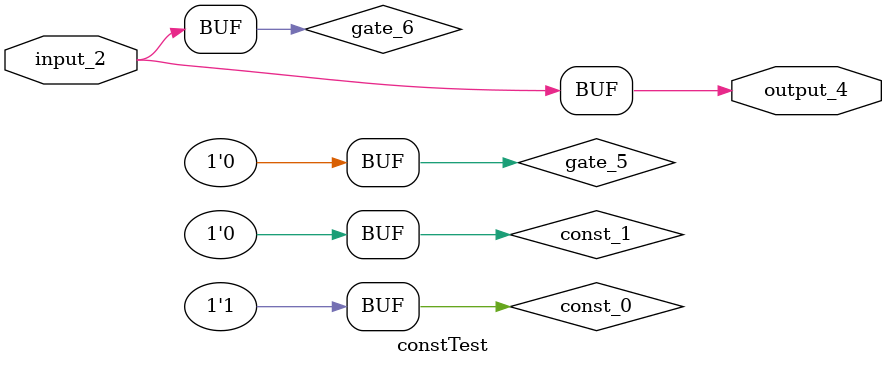
<source format=v>

module constTest(
	input_2, 
	output_4
);
	// Writing inputs
	input input_2;
	// Writing outputs
	output output_4;
	// Writing gates for main graph
	wire gate_3, gate_5, gate_6;
	// Writing consts
	wire const_0, const_1;
	assign const_0 = 1'b1;
	assign const_1 = 1'b0;

	assign gate_3 = ~ ( const_0 & input_2 );
	assign gate_5 = const_1;
	assign gate_6 = ~ ( gate_5 ^ gate_3 );

	assign output_4 = gate_6;
endmodule

</source>
